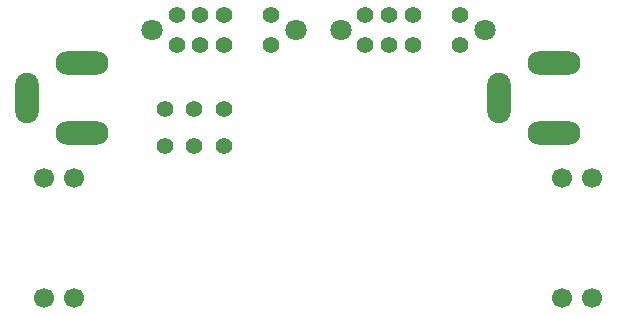
<source format=gbr>
%TF.GenerationSoftware,KiCad,Pcbnew,8.0.5+1*%
%TF.CreationDate,2024-10-02T06:07:40-04:00*%
%TF.ProjectId,breadboard-power-supply,62726561-6462-46f6-9172-642d706f7765,rev?*%
%TF.SameCoordinates,Original*%
%TF.FileFunction,Soldermask,Bot*%
%TF.FilePolarity,Negative*%
%FSLAX46Y46*%
G04 Gerber Fmt 4.6, Leading zero omitted, Abs format (unit mm)*
G04 Created by KiCad (PCBNEW 8.0.5+1) date 2024-10-02 06:07:40*
%MOMM*%
%LPD*%
G01*
G04 APERTURE LIST*
%ADD10C,1.400000*%
%ADD11C,1.800000*%
%ADD12O,4.500000X2.000000*%
%ADD13O,2.000000X4.250000*%
%ADD14C,1.700000*%
G04 APERTURE END LIST*
D10*
%TO.C,SW1*%
X113500000Y-101900000D03*
X116000000Y-101900000D03*
X118500000Y-101900000D03*
X113500000Y-105100000D03*
X116000000Y-105100000D03*
X118500000Y-105100000D03*
%TD*%
D11*
%TO.C,SW3*%
X140600000Y-95250000D03*
X128400000Y-95250000D03*
D10*
X138500000Y-94000000D03*
X134500000Y-94000000D03*
X132500000Y-94000000D03*
X130500000Y-94000000D03*
X138500000Y-96500000D03*
X134500000Y-96500000D03*
X132500000Y-96500000D03*
X130500000Y-96500000D03*
%TD*%
D12*
%TO.C,J1*%
X106500000Y-104000000D03*
X106500000Y-98000000D03*
D13*
X101800000Y-101000000D03*
%TD*%
D11*
%TO.C,SW2*%
X124600000Y-95250000D03*
X112400000Y-95250000D03*
D10*
X122500000Y-94000000D03*
X118500000Y-94000000D03*
X116500000Y-94000000D03*
X114500000Y-94000000D03*
X122500000Y-96500000D03*
X118500000Y-96500000D03*
X116500000Y-96500000D03*
X114500000Y-96500000D03*
%TD*%
D12*
%TO.C,J2*%
X146500000Y-104000000D03*
X146500000Y-98000000D03*
D13*
X141800000Y-101000000D03*
%TD*%
D14*
%TO.C,J6*%
X147160000Y-117970000D03*
X149700000Y-117970000D03*
%TD*%
%TO.C,J3*%
X105840000Y-107810000D03*
X103300000Y-107810000D03*
%TD*%
%TO.C,J4*%
X103300000Y-117970000D03*
X105840000Y-117970000D03*
%TD*%
%TO.C,J5*%
X149700000Y-107810000D03*
X147160000Y-107810000D03*
%TD*%
M02*

</source>
